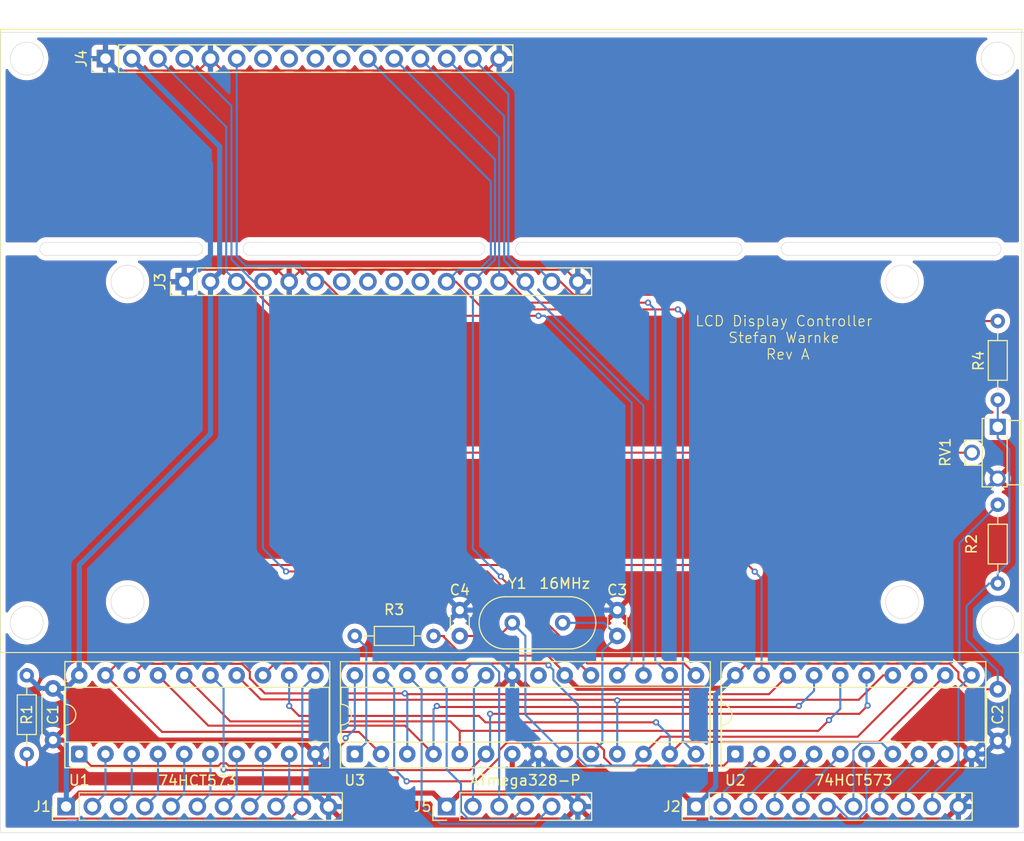
<source format=kicad_pcb>
(kicad_pcb (version 20241229) (generator "pcbnew") (generator_version "9.0")
  (layers (0 "F.Cu" signal) (2 "B.Cu" signal) (13 "F.Paste" user) (15 "B.Paste" user) (5 "F.SilkS" user "F.Silkscreen") (7 "B.SilkS" user "B.Silkscreen") (1 "F.Mask" user) (3 "B.Mask" user) (25 "Edge.Cuts" user))
  (net 0 "")
  (net 1 "+5V")
  (net 2 "GND")
  (net 3 "Net-(U3-XTAL2{slash}PB7)")
  (net 4 "Net-(U3-XTAL1{slash}PB6)")
  (net 5 "/D4")
  (net 6 "/D5")
  (net 7 "/D6")
  (net 8 "Net-(J1-Pin_4)")
  (net 9 "Net-(J1-Pin_7)")
  (net 10 "Net-(J1-Pin_2)")
  (net 11 "Net-(J1-Pin_5)")
  (net 12 "Net-(J1-Pin_6)")
  (net 13 "Net-(J1-Pin_10)")
  (net 14 "Net-(J1-Pin_8)")
  (net 15 "Net-(J1-Pin_3)")
  (net 16 "Net-(J1-Pin_9)")
  (net 17 "Net-(J2-Pin_8)")
  (net 18 "Net-(J2-Pin_4)")
  (net 19 "Net-(J2-Pin_3)")
  (net 20 "Net-(J2-Pin_10)")
  (net 21 "Net-(J2-Pin_9)")
  (net 22 "Net-(J2-Pin_5)")
  (net 23 "Net-(J2-Pin_6)")
  (net 24 "Net-(J2-Pin_7)")
  (net 25 "Net-(J2-Pin_2)")
  (net 26 "/RES")
  (net 27 "/D7")
  (net 30 "/E")
  (net 32 "/RS")
  (net 34 "Net-(J3-Pin_15)")
  (net 35 "Net-(J3-Pin_3)")
  (net 36 "Net-(U1-Q0)")
  (net 37 "Net-(U1-Q3)")
  (net 38 "Net-(U1-Q2)")
  (net 39 "Net-(U1-Q4)")
  (net 40 "Net-(U1-Q7)")
  (net 41 "Net-(U1-OE)")
  (net 42 "Net-(U1-Q6)")
  (net 43 "Net-(U1-Q5)")
  (net 44 "Net-(U1-Q1)")
  (net 45 "Net-(U2-OE)")
  (net 46 "/IN0")
  (net 48 "/IN1")
  (net 53 "/IN2")
  (net 54 "/IN3")
  (footprint "Package_DIP:DIP-28_W7.62mm_Socket" (layer "F.Cu") (at 71.12 102.87 90)
    (property "Reference" "U3")
    (property "Value" "ATmega328-P")
  )
  (footprint "Capacitor_THT:C_Disc_D4.3mm_W1.9mm_P5.00mm" (layer "F.Cu") (at 41.91 101.52 90)
    (property "Reference" "C1")
    (property "Value" "100n")
  )
  (footprint "Crystal:Crystal_HC49-U_Vertical" (layer "F.Cu") (at 91.24 90.17 180)
    (property "Reference" "Y1")
    (property "Value" "16MHz")
  )
  (footprint "Connector_PinHeader_2.54mm:PinHeader_1x11_P2.54mm_Vertical" (layer "F.Cu") (at 43.18 107.95 90)
    (property "Reference" "J1")
    (property "Value" "Data_In0")
  )
  (footprint "Package_DIP:DIP-20_W7.62mm_Socket" (layer "F.Cu") (at 44.45 102.87 90)
    (property "Reference" "U1")
    (property "Value" "74HCT573")
  )
  (footprint "Resistor_THT:R_Axial_DIN0204_L3.6mm_D1.6mm_P7.62mm_Horizontal" (layer "F.Cu") (at 133.35 60.96 -90)
    (property "Reference" "R4")
    (property "Value" "1k")
  )
  (footprint "Resistor_THT:R_Axial_DIN0204_L3.6mm_D1.6mm_P7.62mm_Horizontal" (layer "F.Cu") (at 39.37 102.87 90)
    (property "Reference" "R1")
    (property "Value" "10k")
  )
  (footprint "Package_DIP:DIP-20_W7.62mm_Socket" (layer "F.Cu") (at 107.95 102.87 90)
    (property "Reference" "U2")
    (property "Value" "74HCT573")
  )
  (footprint "Capacitor_THT:C_Disc_D4.3mm_W1.9mm_P5.00mm" (layer "F.Cu") (at 133.35 96.6 -90)
    (property "Reference" "C2")
    (property "Value" "4.7u")
  )
  (footprint "Potentiometer_THT:Potentiometer_Runtron_RM-063_Horizontal" (layer "F.Cu") (at 133.35 71.2 -90)
    (property "Reference" "RV1")
    (property "Value" "10k")
  )
  (footprint "Resistor_THT:R_Axial_DIN0204_L3.6mm_D1.6mm_P7.62mm_Horizontal" (layer "F.Cu") (at 71.12 91.44)
    (property "Reference" "R3")
    (property "Value" "1k")
  )
  (footprint "Connector_PinHeader_2.54mm:PinHeader_1x16_P2.54mm_Vertical" (layer "F.Cu") (at 54.61 57.15 90)
    (property "Reference" "J3")
    (property "Value" "LCD Connector")
  )
  (footprint "Resistor_THT:R_Axial_DIN0204_L3.6mm_D1.6mm_P7.62mm_Horizontal" (layer "F.Cu") (at 133.35 78.74 -90)
    (property "Reference" "R2")
    (property "Value" "10k")
  )
  (footprint "Connector_PinHeader_2.54mm:PinHeader_1x11_P2.54mm_Vertical" (layer "F.Cu") (at 104.14 107.95 90)
    (property "Reference" "J2")
    (property "Value" "Data_In1")
  )
  (footprint "Connector_PinHeader_2.54mm:PinHeader_1x06_P2.54mm_Vertical" (layer "F.Cu") (at 80.01 107.95 90)
    (property "Reference" "J5")
    (property "Value" "Cond")
  )
  (footprint "Capacitor_THT:C_Disc_D3.0mm_W1.6mm_P2.50mm" (layer "F.Cu") (at 96.52 91.44 90)
    (property "Reference" "C3")
    (property "Value" "22p")
  )
  (footprint "Connector_PinHeader_2.54mm:PinHeader_1x16_P2.54mm_Vertical" (layer "F.Cu") (at 46.99 35.56 90)
    (property "Reference" "J4")
    (property "Value" "LCD Connector")
  )
  (footprint "Capacitor_THT:C_Disc_D3.0mm_W1.6mm_P2.50mm" (layer "F.Cu") (at 81.28 91.44 90)
    (property "Reference" "C4")
    (property "Value" "22p")
  )
  (gr_rect (start 36.83 32.7175) (end 135.636 93.0425) (stroke (width 0.1)) (fill no) (layer "F.SilkS"))
  (gr_line (start 41.275 54.61) (end 55.753 54.61) (stroke (width 0.05)) (layer "Edge.Cuts"))
  (gr_circle (center 49.1236 57.148221) (end 50.7238 57.15) (stroke (width 0.05)) (fill no) (layer "Edge.Cuts"))
  (gr_line (start 60.96 54.61) (end 83.058 54.61) (stroke (width 0.05)) (layer "Edge.Cuts"))
  (gr_arc (start 133.0325 53.34) (mid 133.6675 53.975) (end 133.0325 54.61) (stroke (width 0.05)) (layer "Edge.Cuts"))
  (gr_arc (start 41.275 54.61) (mid 40.64 53.975) (end 41.275 53.34) (stroke (width 0.05)) (layer "Edge.Cuts"))
  (gr_arc (start 87.3125 54.61) (mid 86.6775 53.975) (end 87.3125 53.34) (stroke (width 0.05)) (layer "Edge.Cuts"))
  (gr_arc (start 60.96 54.61) (mid 60.325 53.975) (end 60.96 53.34) (stroke (width 0.05)) (layer "Edge.Cuts"))
  (gr_line (start 113.03 53.34) (end 133.0325 53.34) (stroke (width 0.05)) (layer "Edge.Cuts"))
  (gr_circle (center 133.35 35.559999) (end 134.9502 35.56) (stroke (width 0.05)) (fill no) (layer "Edge.Cuts"))
  (gr_line (start 87.3125 53.34) (end 107.95 53.34) (stroke (width 0.05)) (layer "Edge.Cuts"))
  (gr_line (start 60.96 53.34) (end 83.058 53.34) (stroke (width 0.05)) (layer "Edge.Cuts"))
  (gr_rect (start 36.83 33.02) (end 135.89 110.49) (stroke (width 0.05)) (fill no) (layer "Edge.Cuts"))
  (gr_arc (start 113.03 54.61) (mid 112.395 53.975) (end 113.03 53.34) (stroke (width 0.05)) (layer "Edge.Cuts"))
  (gr_arc (start 83.058 53.34) (mid 83.693 53.975) (end 83.058 54.61) (stroke (width 0.05)) (layer "Edge.Cuts"))
  (gr_line (start 41.275 53.34) (end 55.753 53.34) (stroke (width 0.05)) (layer "Edge.Cuts"))
  (gr_circle (center 124.1044 88.163399) (end 125.7046 88.138) (stroke (width 0.05)) (fill no) (layer "Edge.Cuts"))
  (gr_circle (center 133.35 90.169999) (end 134.9502 90.17) (stroke (width 0.05)) (fill no) (layer "Edge.Cuts"))
  (gr_circle (center 124.1044 57.144145) (end 125.7046 57.15) (stroke (width 0.05)) (fill no) (layer "Edge.Cuts"))
  (gr_circle (center 49.1236 88.137999) (end 50.7238 88.139778) (stroke (width 0.05)) (fill no) (layer "Edge.Cuts"))
  (gr_arc (start 107.95 53.34) (mid 108.585 53.975) (end 107.95 54.61) (stroke (width 0.05)) (layer "Edge.Cuts"))
  (gr_circle (center 39.37 90.169999) (end 40.9702 90.171778) (stroke (width 0.05)) (fill no) (layer "Edge.Cuts"))
  (gr_line (start 87.3125 54.61) (end 107.95 54.61) (stroke (width 0.05)) (layer "Edge.Cuts"))
  (gr_circle (center 39.369999 35.56) (end 40.9702 35.56) (stroke (width 0.05)) (fill no) (layer "Edge.Cuts"))
  (gr_arc (start 55.753 53.34) (mid 56.388 53.975) (end 55.753 54.61) (stroke (width 0.05)) (layer "Edge.Cuts"))
  (gr_line (start 113.03 54.61) (end 133.0325 54.61) (stroke (width 0.05)) (layer "Edge.Cuts"))
  (gr_text "LCD Display Controller \nStefan Warnke \nRev A" (at 113.03 64.77 0) (layer "F.SilkS") (effects (font (size 1 1) (thickness 0.1)) (justify bottom)))
  (segment (start 133.35 96.6) (end 130.5566 96.6) (width 0.2) (layer "F.Cu") (net 1))
  (segment (start 80.01 107.95) (end 78.709 106.649) (width 0.5) (layer "F.Cu") (net 1))
  (segment (start 102.839 106.649) (end 86.36 106.649) (width 0.5) (layer "F.Cu") (net 1))
  (segment (start 106.699 96.501) (end 107.95 95.25) (width 0.5) (layer "F.Cu") (net 1))
  (segment (start 81.5429 93.345) (end 79.7417 91.5438) (width 0.2) (layer "F.Cu") (net 1))
  (segment (start 78.709 106.649) (end 44.481 106.649) (width 0.5) (layer "F.Cu") (net 1))
  (segment (start 44.481 106.649) (end 43.18 107.95) (width 0.5) (layer "F.Cu") (net 1))
  (segment (start 78.74 91.44) (end 79.7417 91.44) (width 0.2) (layer "F.Cu") (net 1))
  (segment (start 86.36 106.649) (end 81.311 106.649) (width 0.5) (layer "F.Cu") (net 1))
  (segment (start 92.691 96.501) (end 106.699 96.501) (width 0.5) (layer "F.Cu") (net 1))
  (segment (start 104.14 107.95) (end 102.839 106.649) (width 0.5) (layer "F.Cu") (net 1))
  (segment (start 91.44 95.25) (end 92.691 96.501) (width 0.5) (layer "F.Cu") (net 1))
  (segment (start 129.54 95.5834) (end 129.54 94.9562) (width 0.2) (layer "F.Cu") (net 1))
  (segment (start 129.54 94.9562) (end 128.7057 94.1219) (width 0.2) (layer "F.Cu") (net 1))
  (segment (start 91.44 95.25) (end 91.44 94.9922) (width 0.2) (layer "F.Cu") (net 1))
  (segment (start 130.5566 96.6) (end 129.54 95.5834) (width 0.2) (layer "F.Cu") (net 1))
  (segment (start 86.36 102.87) (end 86.36 106.649) (width 0.5) (layer "F.Cu") (net 1))
  (segment (start 128.7057 94.1219) (end 109.0781 94.1219) (width 0.2) (layer "F.Cu") (net 1))
  (segment (start 81.311 106.649) (end 80.01 107.95) (width 0.5) (layer "F.Cu") (net 1))
  (segment (start 91.44 94.9922) (end 89.7928 93.345) (width 0.2) (layer "F.Cu") (net 1))
  (segment (start 109.0781 94.1219) (end 107.95 95.25) (width 0.2) (layer "F.Cu") (net 1))
  (segment (start 89.7928 93.345) (end 81.5429 93.345) (width 0.2) (layer "F.Cu") (net 1))
  (segment (start 79.7417 91.5438) (end 79.7417 91.44) (width 0.2) (layer "F.Cu") (net 1))
  (segment (start 43.199 107.931) (end 43.18 107.95) (width 0.5) (layer "B.Cu") (net 1))
  (segment (start 41.91 96.52) (end 40.64 96.52) (width 0.5) (layer "B.Cu") (net 1))
  (segment (start 57.15 57.15) (end 58.039 56.261) (width 0.5) (layer "B.Cu") (net 1))
  (segment (start 133.35 68.58) (end 133.35 71.2) (width 0.2) (layer "B.Cu") (net 1))
  (segment (start 130.3274 91.821) (end 133.35 94.8436) (width 0.2) (layer "B.Cu") (net 1))
  (segment (start 132.5118 86.36) (end 130.3274 88.5444) (width 0.2) (layer "B.Cu") (net 1))
  (segment (start 134.4718 84.2365) (end 133.35 85.3583) (width 0.2) (layer "B.Cu") (net 1))
  (segment (start 106.045 97.155) (end 107.95 95.25) (width 0.5) (layer "B.Cu") (net 1))
  (segment (start 133.35 94.8436) (end 133.35 96.6) (width 0.2) (layer "B.Cu") (net 1))
  (segment (start 58.039 44.069) (end 49.53 35.56) (width 0.5) (layer "B.Cu") (net 1))
  (segment (start 134.4718 73.3985) (end 134.4718 84.2365) (width 0.2) (layer "B.Cu") (net 1))
  (segment (start 106.045 106.045) (end 106.045 97.155) (width 0.5) (layer "B.Cu") (net 1))
  (segment (start 43.18 96.52) (end 44.45 95.25) (width 0.5) (layer "B.Cu") (net 1))
  (segment (start 40.64 96.52) (end 39.37 95.25) (width 0.5) (layer "B.Cu") (net 1))
  (segment (start 133.35 71.2) (end 133.35 72.2767) (width 0.2) (layer "B.Cu") (net 1))
  (segment (start 133.35 86.36) (end 132.5118 86.36) (width 0.2) (layer "B.Cu") (net 1))
  (segment (start 130.3274 88.5444) (end 130.3274 91.821) (width 0.2) (layer "B.Cu") (net 1))
  (segment (start 133.35 86.36) (end 133.35 85.3583) (width 0.2) (layer "B.Cu") (net 1))
  (segment (start 43.199 97.809) (end 43.199 107.931) (width 0.5) (layer "B.Cu") (net 1))
  (segment (start 44.45 95.25) (end 44.45 84.582) (width 0.5) (layer "B.Cu") (net 1))
  (segment (start 58.039 56.261) (end 58.039 44.069) (width 0.5) (layer "B.Cu") (net 1))
  (segment (start 41.91 96.52) (end 43.199 97.809) (width 0.5) (layer "B.Cu") (net 1))
  (segment (start 104.14 107.95) (end 106.045 106.045) (width 0.5) (layer "B.Cu") (net 1))
  (segment (start 57.15 71.882) (end 57.15 57.15) (width 0.5) (layer "B.Cu") (net 1))
  (segment (start 44.45 84.582) (end 57.15 71.882) (width 0.5) (layer "B.Cu") (net 1))
  (segment (start 41.91 96.52) (end 43.18 96.52) (width 0.5) (layer "B.Cu") (net 1))
  (segment (start 133.35 72.2767) (end 134.4718 73.3985) (width 0.2) (layer "B.Cu") (net 1))
  (segment (start 69.881 109.251) (end 68.58 107.95) (width 0.5) (layer "F.Cu") (net 2))
  (segment (start 94.011 109.251) (end 128.239 109.251) (width 0.5) (layer "F.Cu") (net 2))
  (segment (start 65.96 101.52) (end 67.31 102.87) (width 0.5) (layer "F.Cu") (net 2))
  (segment (start 128.239 109.251) (end 129.54 107.95) (width 0.5) (layer "F.Cu") (net 2))
  (segment (start 135.289 99.661) (end 135.289 96.7826) (width 0.2) (layer "F.Cu") (net 2))
  (segment (start 64.77 57.15) (end 63.619 55.999) (width 0.2) (layer "F.Cu") (net 2))
  (segment (start 130.3274 79.2226) (end 133.35 76.2) (width 0.2) (layer "F.Cu") (net 2))
  (segment (start 58.301 36.711) (end 57.15 35.56) (width 0.2) (layer "F.Cu") (net 2))
  (segment (start 133.35 101.6) (end 135.289 99.661) (width 0.2) (layer "F.Cu") (net 2))
  (segment (start 55.999 36.711) (end 48.141 36.711) (width 0.2) (layer "F.Cu") (net 2))
  (segment (start 57.15 35.56) (end 55.999 36.711) (width 0.2) (layer "F.Cu") (net 2))
  (segment (start 64.77 57.15) (end 65.921 55.999) (width 0.2) (layer "F.Cu") (net 2))
  (segment (start 130.3274 91.821) (end 130.3274 79.2226) (width 0.2) (layer "F.Cu") (net 2))
  (segment (start 91.559 55.999) (end 92.71 57.15) (width 0.2) (layer "F.Cu") (net 2))
  (segment (start 83.939 36.711) (end 58.301 36.711) (width 0.2) (layer "F.Cu") (net 2))
  (segment (start 41.91 101.52) (end 65.96 101.52) (width 0.5) (layer "F.Cu") (net 2))
  (segment (start 65.921 55.999) (end 91.559 55.999) (width 0.2) (layer "F.Cu") (net 2))
  (segment (start 92.71 107.95) (end 91.409 109.251) (width 0.5) (layer "F.Cu") (net 2))
  (segment (start 135.289 96.7826) (end 130.3274 91.821) (width 0.2) (layer "F.Cu") (net 2))
  (segment (start 85.09 35.56) (end 83.939 36.711) (width 0.2) (layer "F.Cu") (net 2))
  (segment (start 63.619 55.999) (end 55.761 55.999) (width 0.2) (layer "F.Cu") (net 2))
  (segment (start 55.761 55.999) (end 54.61 57.15) (width 0.2) (layer "F.Cu") (net 2))
  (segment (start 48.141 36.711) (end 46.99 35.56) (width 0.2) (layer "F.Cu") (net 2))
  (segment (start 91.409 109.251) (end 69.881 109.251) (width 0.5) (layer "F.Cu") (net 2))
  (segment (start 92.71 107.95) (end 94.011 109.251) (width 0.5) (layer "F.Cu") (net 2))
  (segment (start 41.91 101.52) (end 38.219 97.829) (width 0.5) (layer "B.Cu") (net 2))
  (segment (start 67.31 102.87) (end 67.31 106.68) (width 0.5) (layer "B.Cu") (net 2))
  (segment (start 88.9 104.14) (end 92.71 107.95) (width 0.5) (layer "B.Cu") (net 2))
  (segment (start 130.81 106.68) (end 130.81 102.87) (width 0.5) (layer "B.Cu") (net 2))
  (segment (start 86.36 100.33) (end 88.9 102.87) (width 0.5) (layer "B.Cu") (net 2))
  (segment (start 129.54 107.95) (end 130.81 106.68) (width 0.5) (layer "B.Cu") (net 2))
  (segment (start 42.672 82.55) (end 54.61 70.612) (width 0.5) (layer "B.Cu") (net 2))
  (segment (start 42.672 90.297) (end 42.672 82.55) (width 0.5) (layer "B.Cu") (net 2))
  (segment (start 38.219 94.75) (end 42.672 90.297) (width 0.5) (layer "B.Cu") (net 2))
  (segment (start 81.28 88.94) (end 96.52 88.94) (width 0.5) (layer "B.Cu") (net 2))
  (segment (start 86.36 95.25) (end 86.36 100.33) (width 0.5) (layer "B.Cu") (net 2))
  (segment (start 54.61 57.15) (end 57.15 54.61) (width 0.5) (layer "B.Cu") (net 2))
  (segment (start 67.31 106.68) (end 68.58 107.95) (width 0.5) (layer "B.Cu") (net 2))
  (segment (start 86.36 95.25) (end 86.36 94.02) (width 0.5) (layer "B.Cu") (net 2))
  (segment (start 54.61 70.612) (end 54.61 57.15) (width 0.5) (layer "B.Cu") (net 2))
  (segment (start 88.9 102.87) (end 88.9 102.743) (width 0.5) (layer "B.Cu") (net 2))
  (segment (start 38.219 97.829) (end 38.219 94.75) (width 0.5) (layer "B.Cu") (net 2))
  (segment (start 86.36 94.02) (end 81.28 88.94) (width 0.5) (layer "B.Cu") (net 2))
  (segment (start 132.08 102.87) (end 133.35 101.6) (width 0.5) (layer "B.Cu") (net 2))
  (segment (start 57.15 45.72) (end 46.99 35.56) (width 0.5) (layer "B.Cu") (net 2))
  (segment (start 88.9 102.87) (end 88.9 104.14) (width 0.5) (layer "B.Cu") (net 2))
  (segment (start 130.81 102.87) (end 132.08 102.87) (width 0.5) (layer "B.Cu") (net 2))
  (segment (start 57.15 54.61) (end 57.15 45.72) (width 0.5) (layer "B.Cu") (net 2))
  (segment (start 91.24 90.17) (end 95.25 90.17) (width 0.2) (layer "B.Cu") (net 3))
  (segment (start 95.081 101.769) (end 95.081 92.879) (width 0.2) (layer "B.Cu") (net 3))
  (segment (start 95.081 92.879) (end 96.52 91.44) (width 0.2) (layer "B.Cu") (net 3))
  (segment (start 93.98 102.87) (end 95.081 101.769) (width 0.2) (layer "B.Cu") (net 3))
  (segment (start 95.25 90.17) (end 96.52 91.44) (width 0.2) (layer "B.Cu") (net 3))
  (segment (start 85.09 91.44) (end 81.28 91.44) (width 0.2) (layer "F.Cu") (net 4))
  (segment (start 86.36 90.17) (end 85.09 91.44) (width 0.2) (layer "F.Cu") (net 4))
  (segment (start 87.63 91.44) (end 86.36 90.17) (width 0.2) (layer "B.Cu") (net 4))
  (segment (start 87.63 99.06) (end 87.63 91.44) (width 0.2) (layer "B.Cu") (net 4))
  (segment (start 91.44 102.87) (end 87.63 99.06) (width 0.2) (layer "B.Cu") (net 4))
  (segment (start 80.8932 57.15) (end 83.5792 59.836) (width 0.2) (layer "F.Cu") (net 5))
  (segment (start 80.01 57.15) (end 80.8932 57.15) (width 0.2) (layer "F.Cu") (net 5))
  (segment (start 83.5792 59.836) (end 102.387 59.836) (width 0.2) (layer "F.Cu") (net 5))
  (via (at 102.387 59.836) (size 0.6) (drill 0.3) (layers "F.Cu" "B.Cu") (net 5))
  (segment (start 84.288 47.458) (end 72.39 35.56) (width 0.2) (layer "B.Cu") (net 5))
  (segment (start 84.288 54.8449) (end 84.288 47.458) (width 0.2) (layer "B.Cu") (net 5))
  (segment (start 81.1826 55.9774) (end 83.1554 55.9774) (width 0.2) (layer "B.Cu") (net 5))
  (segment (start 102.87 60.319) (end 102.387 59.836) (width 0.2) (layer "B.Cu") (net 5))
  (segment (start 83.1554 55.9774) (end 84.288 54.8449) (width 0.2) (layer "B.Cu") (net 5))
  (segment (start 80.01 57.15) (end 81.1826 55.9774) (width 0.2) (layer "B.Cu") (net 5))
  (segment (start 102.87 101.6) (end 102.87 60.319) (width 0.2) (layer "B.Cu") (net 5))
  (segment (start 104.14 102.87) (end 102.87 101.6) (width 0.2) (layer "B.Cu") (net 5))
  (segment (start 85.260265 85.681735) (end 85.260265 85.747565) (width 0.2) (layer "F.Cu") (net 6))
  (segment (start 102.9896 94.0996) (end 104.14 95.25) (width 0.2) (layer "F.Cu") (net 6))
  (segment (start 93.6123 94.0996) (end 102.9896 94.0996) (width 0.2) (layer "F.Cu") (net 6))
  (segment (start 85.260265 85.747565) (end 93.6123 94.0996) (width 0.2) (layer "F.Cu") (net 6))
  (via (at 85.260265 85.681735) (size 0.6) (drill 0.3) (layers "F.Cu" "B.Cu") (net 6))
  (segment (start 84.689 55.011) (end 84.689 45.319) (width 0.2) (layer "B.Cu") (net 6))
  (segment (start 85.224535 85.681735) (end 82.55 83.0072) (width 0.2) (layer "B.Cu") (net 6))
  (segment (start 84.689 45.319) (end 74.93 35.56) (width 0.2) (layer "B.Cu") (net 6))
  (segment (start 82.55 57.15) (end 84.689 55.011) (width 0.2) (layer "B.Cu") (net 6))
  (segment (start 82.55 83.0072) (end 82.55 57.15) (width 0.2) (layer "B.Cu") (net 6))
  (segment (start 85.260265 85.681735) (end 85.224535 85.681735) (width 0.2) (layer "B.Cu") (net 6))
  (segment (start 87.9857 59.182) (end 85.9537 57.15) (width 0.2) (layer "F.Cu") (net 7))
  (segment (start 99.4993 59.182) (end 87.9857 59.182) (width 0.2) (layer "F.Cu") (net 7))
  (segment (start 85.9537 57.15) (end 85.09 57.15) (width 0.2) (layer "F.Cu") (net 7))
  (via (at 99.4993 59.182) (size 0.6) (drill 0.3) (layers "F.Cu" "B.Cu") (net 7))
  (segment (start 100.203 93.853) (end 101.6 95.25) (width 0.2) (layer "B.Cu") (net 7))
  (segment (start 99.4993 59.182) (end 100.203 59.8857) (width 0.2) (layer "B.Cu") (net 7))
  (segment (start 85.09 43.18) (end 77.47 35.56) (width 0.2) (layer "B.Cu") (net 7))
  (segment (start 100.203 59.8857) (end 100.203 93.853) (width 0.2) (layer "B.Cu") (net 7))
  (segment (start 85.09 57.15) (end 85.09 43.18) (width 0.2) (layer "B.Cu") (net 7))
  (segment (start 52.07 102.87) (end 52.07 106.68) (width 0.2) (layer "B.Cu") (net 8))
  (segment (start 52.07 106.68) (end 50.8 107.95) (width 0.2) (layer "B.Cu") (net 8))
  (segment (start 59.69 102.87) (end 59.69 106.68) (width 0.2) (layer "B.Cu") (net 9))
  (segment (start 59.69 106.68) (end 58.42 107.95) (width 0.2) (layer "B.Cu") (net 9))
  (segment (start 46.99 106.68) (end 45.72 107.95) (width 0.2) (layer "B.Cu") (net 10))
  (segment (start 46.99 102.87) (end 46.99 106.68) (width 0.2) (layer "B.Cu") (net 10))
  (segment (start 54.61 102.87) (end 54.61 106.68) (width 0.2) (layer "B.Cu") (net 11))
  (segment (start 54.61 106.68) (end 53.34 107.95) (width 0.2) (layer "B.Cu") (net 11))
  (segment (start 57.15 102.87) (end 57.15 106.68) (width 0.2) (layer "B.Cu") (net 12))
  (segment (start 57.15 106.68) (end 55.88 107.95) (width 0.2) (layer "B.Cu") (net 12))
  (segment (start 64.878 109.112) (end 66.04 107.95) (width 0.2) (layer "F.Cu") (net 13))
  (segment (start 39.37 107.95) (end 40.532 109.112) (width 0.2) (layer "F.Cu") (net 13))
  (segment (start 40.532 109.112) (end 64.878 109.112) (width 0.2) (layer "F.Cu") (net 13))
  (segment (start 39.37 102.87) (end 39.37 107.95) (width 0.2) (layer "F.Cu") (net 13))
  (segment (start 66.04 107.95) (end 66.04 96.52) (width 0.2) (layer "B.Cu") (net 13))
  (segment (start 66.04 96.52) (end 67.31 95.25) (width 0.2) (layer "B.Cu") (net 13))
  (segment (start 62.23 106.68) (end 60.96 107.95) (width 0.2) (layer "B.Cu") (net 14))
  (segment (start 62.23 102.87) (end 62.23 106.68) (width 0.2) (layer "B.Cu") (net 14))
  (segment (start 49.53 102.87) (end 49.53 106.68) (width 0.2) (layer "B.Cu") (net 15))
  (segment (start 49.53 106.68) (end 48.26 107.95) (width 0.2) (layer "B.Cu") (net 15))
  (segment (start 64.77 102.87) (end 64.77 106.68) (width 0.2) (layer "B.Cu") (net 16))
  (segment (start 64.77 106.68) (end 63.5 107.95) (width 0.2) (layer "B.Cu") (net 16))
  (segment (start 121.92 107.95) (end 121.92 106.7983) (width 0.2) (layer "B.Cu") (net 17))
  (segment (start 125.73 102.9883) (end 121.92 106.7983) (width 0.2) (layer "B.Cu") (net 17))
  (segment (start 125.73 102.87) (end 125.73 102.9883) (width 0.2) (layer "B.Cu") (net 17))
  (segment (start 115.57 102.87) (end 115.57 102.9883) (width 0.2) (layer "B.Cu") (net 18))
  (segment (start 115.57 102.9883) (end 111.76 106.7983) (width 0.2) (layer "B.Cu") (net 18))
  (segment (start 111.76 107.95) (end 111.76 106.7983) (width 0.2) (layer "B.Cu") (net 18))
  (segment (start 109.3616 106.7983) (end 113.03 103.1299) (width 0.2) (layer "B.Cu") (net 19))
  (segment (start 109.22 106.7983) (end 109.3616 106.7983) (width 0.2) (layer "B.Cu") (net 19))
  (segment (start 109.22 107.95) (end 109.22 106.7983) (width 0.2) (layer "B.Cu") (net 19))
  (segment (start 113.03 103.1299) (end 113.03 102.87) (width 0.2) (layer "B.Cu") (net 19))
  (segment (start 129.54 104.2583) (end 127 106.7983) (width 0.2) (layer "B.Cu") (net 20))
  (segment (start 130.81 95.25) (end 129.54 96.52) (width 0.2) (layer "B.Cu") (net 20))
  (segment (start 129.54 96.52) (end 129.54 104.2583) (width 0.2) (layer "B.Cu") (net 20))
  (segment (start 129.6416 94.0816) (end 130.81 95.25) (width 0.2) (layer "B.Cu") (net 20))
  (segment (start 127 107.95) (end 127 106.7983) (width 0.2) (layer "B.Cu") (net 20))
  (segment (start 133.35 78.74) (end 129.6416 82.4484) (width 0.2) (layer "B.Cu") (net 20))
  (segment (start 129.6416 82.4484) (end 129.6416 94.0816) (width 0.2) (layer "B.Cu") (net 20))
  (segment (start 124.46 107.95) (end 124.46 106.68) (width 0.2) (layer "B.Cu") (net 21))
  (segment (start 124.46 106.68) (end 128.27 102.87) (width 0.2) (layer "B.Cu") (net 21))
  (segment (start 114.3 107.95) (end 114.3 106.7983) (width 0.2) (layer "B.Cu") (net 22))
  (segment (start 118.11 102.87) (end 118.11 102.9883) (width 0.2) (layer "B.Cu") (net 22))
  (segment (start 118.11 102.9883) (end 114.3 106.7983) (width 0.2) (layer "B.Cu") (net 22))
  (segment (start 117.7232 107.95) (end 116.84 107.95) (width 0.2) (layer "B.Cu") (net 23))
  (segment (start 120.65 108.3229) (end 119.8709 109.102) (width 0.2) (layer "B.Cu") (net 23))
  (segment (start 118.8752 109.102) (end 117.7232 107.95) (width 0.2) (layer "B.Cu") (net 23))
  (segment (start 120.65 102.87) (end 120.65 108.3229) (width 0.2) (layer "B.Cu") (net 23))
  (segment (start 119.8709 109.102) (end 118.8752 109.102) (width 0.2) (layer "B.Cu") (net 23))
  (segment (start 119.38 107.95) (end 119.38 102.5235) (width 0.2) (layer "B.Cu") (net 24))
  (segment (start 120.1363 101.7672) (end 122.0872 101.7672) (width 0.2) (layer "B.Cu") (net 24))
  (segment (start 122.0872 101.7672) (end 123.19 102.87) (width 0.2) (layer "B.Cu") (net 24))
  (segment (start 119.38 102.5235) (end 120.1363 101.7672) (width 0.2) (layer "B.Cu") (net 24))
  (segment (start 106.68 106.68) (end 106.68 107.95) (width 0.2) (layer "B.Cu") (net 25))
  (segment (start 110.49 102.87) (end 106.68 106.68) (width 0.2) (layer "B.Cu") (net 25))
  (segment (start 72.2312 101.7588) (end 71.12 102.87) (width 0.2) (layer "B.Cu") (net 26))
  (segment (start 72.2312 92.5512) (end 72.2312 101.7588) (width 0.2) (layer "B.Cu") (net 26))
  (segment (start 71.12 91.44) (end 72.2312 92.5512) (width 0.2) (layer "B.Cu") (net 26))
  (segment (start 87.63 57.15) (end 85.578 55.098) (width 0.2) (layer "B.Cu") (net 27))
  (segment (start 99.06 95.25) (end 99.06 69.1535) (width 0.2) (layer "B.Cu") (net 27))
  (segment (start 87.63 57.7235) (end 87.63 57.15) (width 0.2) (layer "B.Cu") (net 27))
  (segment (start 85.578 41.128) (end 80.01 35.56) (width 0.2) (layer "B.Cu") (net 27))
  (segment (start 99.06 69.1535) (end 87.63 57.7235) (width 0.2) (layer "B.Cu") (net 27))
  (segment (start 85.578 55.098) (end 85.578 41.128) (width 0.2) (layer "B.Cu") (net 27))
  (segment (start 88.9 60.452) (end 71.4758 60.452) (width 0.2) (layer "F.Cu") (net 30))
  (segment (start 71.4758 60.452) (end 68.1738 57.15) (width 0.2) (layer "F.Cu") (net 30))
  (segment (start 68.1738 57.15) (end 67.31 57.15) (width 0.2) (layer "F.Cu") (net 30))
  (via (at 88.9 60.452) (size 0.6) (drill 0.3) (layers "F.Cu" "B.Cu") (net 30))
  (segment (start 89.506 60.452) (end 97.917 68.863) (width 0.2) (layer "B.Cu") (net 30))
  (segment (start 97.917 68.863) (end 97.917 93.853) (width 0.2) (layer "B.Cu") (net 30))
  (segment (start 88.9 60.452) (end 89.506 60.452) (width 0.2) (layer "B.Cu") (net 30))
  (segment (start 60.579 55.626) (end 59.69 54.737) (width 0.2) (layer "B.Cu") (net 30))
  (segment (start 67.31 57.15) (end 65.786 55.626) (width 0.2) (layer "B.Cu") (net 30))
  (segment (start 59.69 54.737) (end 59.69 35.56) (width 0.2) (layer "B.Cu") (net 30))
  (segment (start 65.786 55.626) (end 60.579 55.626) (width 0.2) (layer "B.Cu") (net 30))
  (segment (start 97.917 93.853) (end 96.52 95.25) (width 0.2) (layer "B.Cu") (net 30))
  (segment (start 83.9271 85.1971) (end 93.98 95.25) (width 0.2) (layer "F.Cu") (net 32))
  (segment (start 64.4653 85.1971) (end 83.9271 85.1971) (width 0.2) (layer "F.Cu") (net 32))
  (via (at 64.4653 85.1971) (size 0.6) (drill 0.3) (layers "F.Cu" "B.Cu") (net 32))
  (segment (start 61.341 57.15) (end 59.182 54.991) (width 0.2) (layer "B.Cu") (net 32))
  (segment (start 64.4653 85.1971) (end 62.23 82.9618) (width 0.2) (layer "B.Cu") (net 32))
  (segment (start 62.23 57.15) (end 61.341 57.15) (width 0.2) (layer "B.Cu") (net 32))
  (segment (start 62.23 82.9618) (end 62.23 57.15) (width 0.2) (layer "B.Cu") (net 32))
  (segment (start 59.182 54.991) (end 59.182 40.132) (width 0.2) (layer "B.Cu") (net 32))
  (segment (start 59.182 40.132) (end 54.61 35.56) (width 0.2) (layer "B.Cu") (net 32))
  (segment (start 91.0338 57.15) (end 92.3038 58.42) (width 0.2) (layer "F.Cu") (net 34))
  (segment (start 121.539 60.96) (end 133.35 60.96) (width 0.2) (layer "F.Cu") (net 34))
  (segment (start 92.3038 58.42) (end 118.999 58.42) (width 0.2) (layer "F.Cu") (net 34))
  (segment (start 118.999 58.42) (end 121.539 60.96) (width 0.2) (layer "F.Cu") (net 34))
  (segment (start 90.17 57.15) (end 91.0338 57.15) (width 0.2) (layer "F.Cu") (net 34))
  (segment (start 85.979 54.737) (end 85.979 38.989) (width 0.2) (layer "B.Cu") (net 34))
  (segment (start 87.122 55.88) (end 85.979 54.737) (width 0.2) (layer "B.Cu") (net 34))
  (segment (start 90.17 57.15) (end 88.9 55.88) (width 0.2) (layer "B.Cu") (net 34))
  (segment (start 85.979 38.989) (end 82.55 35.56) (width 0.2) (layer "B.Cu") (net 34))
  (segment (start 88.9 55.88) (end 87.122 55.88) (width 0.2) (layer "B.Cu") (net 34))
  (segment (start 77.1038 73.7) (end 130.85 73.7) (width 0.2) (layer "F.Cu") (net 35))
  (segment (start 60.5538 57.15) (end 77.1038 73.7) (width 0.2) (layer "F.Cu") (net 35))
  (segment (start 59.69 57.15) (end 60.5538 57.15) (width 0.2) (layer "F.Cu") (net 35))
  (segment (start 58.674 42.164) (end 52.07 35.56) (width 0.2) (layer "B.Cu") (net 35))
  (segment (start 58.674 56.134) (end 58.674 42.164) (width 0.2) (layer "B.Cu") (net 35))
  (segment (start 59.69 57.15) (end 58.674 56.134) (width 0.2) (layer "B.Cu") (net 35))
  (segment (start 46.99 95.25) (end 52.4656 100.7256) (width 0.2) (layer "F.Cu") (net 36))
  (segment (start 52.4656 100.7256) (end 71.5156 100.7256) (width 0.2) (layer "F.Cu") (net 36))
  (segment (start 71.5156 100.7256) (end 73.66 102.87) (width 0.2) (layer "F.Cu") (net 36))
  (segment (start 109.8296 85.217) (end 109.1862 84.5736) (width 0.2) (layer "F.Cu") (net 36))
  (segment (start 57.6664 84.5736) (end 46.99 95.25) (width 0.2) (layer "F.Cu") (net 36))
  (segment (start 109.1862 84.5736) (end 57.6664 84.5736) (width 0.2) (layer "F.Cu") (net 36))
  (via (at 109.8296 85.217) (size 0.6) (drill 0.3) (layers "F.Cu" "B.Cu") (net 36))
  (segment (start 109.8296 85.224) (end 110.49 85.8844) (width 0.2) (layer "B.Cu") (net 36))
  (segment (start 110.49 85.8844) (end 110.49 95.25) (width 0.2) (layer "B.Cu") (net 36))
  (segment (start 109.8296 85.217) (end 109.8296 85.224) (width 0.2) (layer "B.Cu") (net 36))
  (segment (start 115.9774 100.6235) (end 81.28 100.6235) (width 0.2) (layer "F.Cu") (net 37))
  (segment (start 117.0163 99.5846) (end 115.9774 100.6235) (width 0.2) (layer "F.Cu") (net 37))
  (segment (start 80.3635 99.707) (end 81.28 100.6235) (width 0.2) (layer "F.Cu") (net 37))
  (segment (start 59.067 99.707) (end 80.3635 99.707) (width 0.2) (layer "F.Cu") (net 37))
  (segment (start 81.28 100.6235) (end 81.28 102.87) (width 0.2) (layer "F.Cu") (net 37))
  (segment (start 54.61 95.25) (end 59.067 99.707) (width 0.2) (layer "F.Cu") (net 37))
  (via (at 117.0163 99.5846) (size 0.6) (drill 0.3) (layers "F.Cu" "B.Cu") (net 37))
  (segment (start 118.11 98.4909) (end 118.11 95.25) (width 0.2) (layer "B.Cu") (net 37))
  (segment (start 117.0163 99.5846) (end 118.11 98.4909) (width 0.2) (layer "B.Cu") (net 37))
  (segment (start 79.1624 98.3176) (end 79.0628 98.218) (width 0.2) (layer "F.Cu") (net 38))
  (segment (start 114.0968 98.218) (end 113.9972 98.3176) (width 0.2) (layer "F.Cu") (net 38))
  (segment (start 56.944 100.124) (end 75.994 100.124) (width 0.2) (layer "F.Cu") (net 38))
  (segment (start 113.9972 98.3176) (end 79.1624 98.3176) (width 0.2) (layer "F.Cu") (net 38))
  (segment (start 52.07 95.25) (end 56.944 100.124) (width 0.2) (layer "F.Cu") (net 38))
  (segment (start 75.994 100.124) (end 78.74 102.87) (width 0.2) (layer "F.Cu") (net 38))
  (via (at 114.0968 98.218) (size 0.6) (drill 0.3) (layers "F.Cu" "B.Cu") (net 38))
  (via (at 79.0628 98.218) (size 0.6) (drill 0.3) (layers "F.Cu" "B.Cu") (net 38))
  (segment (start 78.74 98.5408) (end 78.74 102.87) (width 0.2) (layer "B.Cu") (net 38))
  (segment (start 115.57 95.25) (end 115.57 96.7448) (width 0.2) (layer "B.Cu") (net 38))
  (segment (start 115.57 96.7448) (end 114.0968 98.218) (width 0.2) (layer "B.Cu") (net 38))
  (segment (start 79.0628 98.218) (end 78.74 98.5408) (width 0.2) (layer "B.Cu") (net 38))
  (segment (start 82.2669 104.4231) (end 83.82 102.87) (width 0.2) (layer "F.Cu") (net 39))
  (segment (start 120.753 98.1783) (end 119.9535 98.9778) (width 0.2) (layer "F.Cu") (net 39))
  (segment (start 58.42 104.366) (end 58.4771 104.4231) (width 0.2) (layer "F.Cu") (net 39))
  (segment (start 58.4771 104.4231) (end 82.2669 104.4231) (width 0.2) (layer "F.Cu") (net 39))
  (segment (start 119.9535 98.9778) (end 84.216 98.9778) (width 0.2) (layer "F.Cu") (net 39))
  (via (at 84.216 98.9778) (size 0.6) (drill 0.3) (layers "F.Cu" "B.Cu") (net 39))
  (via (at 120.753 98.1783) (size 0.6) (drill 0.3) (layers "F.Cu" "B.Cu") (net 39))
  (via (at 58.42 104.366) (size 0.6) (drill 0.3) (layers "F.Cu" "B.Cu") (net 39))
  (segment (start 58.42 96.52) (end 57.15 95.25) (width 0.2) (layer "B.Cu") (net 39))
  (segment (start 120.753 98.1783) (end 120.65 98.0753) (width 0.2) (layer "B.Cu") (net 39))
  (segment (start 84.216 102.474) (end 84.216 98.9778) (width 0.2) (layer "B.Cu") (net 39))
  (segment (start 58.42 104.366) (end 58.42 96.52) (width 0.2) (layer "B.Cu") (net 39))
  (segment (start 120.65 98.0753) (end 120.65 95.25) (width 0.2) (layer "B.Cu") (net 39))
  (segment (start 83.82 102.87) (end 84.216 102.474) (width 0.2) (layer "B.Cu") (net 39))
  (segment (start 83.759 99.8006) (end 100.2792 99.8006) (width 0.2) (layer "F.Cu") (net 40))
  (segment (start 83.136 99.1776) (end 83.759 99.8006) (width 0.2) (layer "F.Cu") (net 40))
  (segment (start 65.7258 99.1776) (end 83.136 99.1776) (width 0.2) (layer "F.Cu") (net 40))
  (segment (start 64.77 98.2218) (end 65.7258 99.1776) (width 0.2) (layer "F.Cu") (net 40))
  (segment (start 102.7722 101.6978) (end 101.6 102.87) (width 0.2) (layer "F.Cu") (net 40))
  (segment (start 128.27 95.25) (end 121.8222 101.6978) (width 0.2) (layer "F.Cu") (net 40))
  (segment (start 121.8222 101.6978) (end 102.7722 101.6978) (width 0.2) (layer "F.Cu") (net 40))
  (segment (start 64.77 98.2163) (end 64.77 98.2218) (width 0.2) (layer "F.Cu") (net 40))
  (via (at 64.77 98.2163) (size 0.6) (drill 0.3) (layers "F.Cu" "B.Cu") (net 40))
  (via (at 100.2792 99.8006) (size 0.6) (drill 0.3) (layers "F.Cu" "B.Cu") (net 40))
  (segment (start 100.2792 99.8006) (end 101.6 101.1214) (width 0.2) (layer "B.Cu") (net 40))
  (segment (start 101.6 101.1214) (end 101.6 102.87) (width 0.2) (layer "B.Cu") (net 40))
  (segment (start 64.77 98.2163) (end 64.77 95.25) (width 0.2) (layer "B.Cu") (net 40))
  (segment (start 58.9203 104.0154) (end 58.6692 103.7643) (width 0.2) (layer "F.Cu") (net 41))
  (segment (start 57.9183 104.0169) (end 45.5969 104.0169) (width 0.2) (layer "F.Cu") (net 41))
  (segment (start 70.2307 101.577) (end 67.7923 104.0154) (width 0.2) (layer "F.Cu") (net 41))
  (segment (start 58.1709 103.7643) (end 57.9183 104.0169) (width 0.2) (layer "F.Cu") (net 41))
  (segment (start 58.6692 103.7643) (end 58.1709 103.7643) (width 0.2) (layer "F.Cu") (net 41))
  (segment (start 67.7923 104.0154) (end 58.9203 104.0154) (width 0.2) (layer "F.Cu") (net 41))
  (segment (start 45.5969 104.0169) (end 44.45 102.87) (width 0.2) (layer "F.Cu") (net 41))
  (segment (start 70.2307 101.3275) (end 70.2307 101.577) (width 0.2) (layer "F.Cu") (net 41))
  (via (at 70.2307 101.3275) (size 0.6) (drill 0.3) (layers "F.Cu" "B.Cu") (net 41))
  (segment (start 70.2307 101.3275) (end 71.12 100.4382) (width 0.2) (layer "B.Cu") (net 41))
  (segment (start 71.12 100.4382) (end 71.12 95.25) (width 0.2) (layer "B.Cu") (net 41))
  (segment (start 89.6961 94.0992) (end 63.3808 94.0992) (width 0.2) (layer "F.Cu") (net 42))
  (segment (start 119.7852 101.1948) (end 125.73 95.25) (width 0.2) (layer "F.Cu") (net 42))
  (segment (start 63.3808 94.0992) (end 62.23 95.25) (width 0.2) (layer "F.Cu") (net 42))
  (segment (start 89.8696 94.2727) (end 89.6961 94.0992) (width 0.2) (layer "F.Cu") (net 42))
  (segment (start 100.7352 101.1948) (end 119.7852 101.1948) (width 0.2) (layer "F.Cu") (net 42))
  (segment (start 99.06 102.87) (end 100.7352 101.1948) (width 0.2) (layer "F.Cu") (net 42))
  (via (at 89.8696 94.2727) (size 0.6) (drill 0.3) (layers "F.Cu" "B.Cu") (net 42))
  (segment (start 93.5289 103.9937) (end 92.71 103.1748) (width 0.2) (layer "B.Cu") (net 42))
  (segment (start 90.3371 95.7051) (end 90.3371 94.7402) (width 0.2) (layer "B.Cu") (net 42))
  (segment (start 92.71 103.1748) (end 92.71 98.078) (width 0.2) (layer "B.Cu") (net 42))
  (segment (start 97.9363 103.9937) (end 93.5289 103.9937) (width 0.2) (layer "B.Cu") (net 42))
  (segment (start 92.71 98.078) (end 90.3371 95.7051) (width 0.2) (layer "B.Cu") (net 42))
  (segment (start 99.06 102.87) (end 97.9363 103.9937) (width 0.2) (layer "B.Cu") (net 42))
  (segment (start 90.3371 94.7402) (end 89.8696 94.2727) (width 0.2) (layer "B.Cu") (net 42))
  (segment (start 96.52 97.6735) (end 96.4628 97.6163) (width 0.2) (layer "F.Cu") (net 43))
  (segment (start 122.2625 95.25) (end 123.19 95.25) (width 0.2) (layer "F.Cu") (net 43))
  (segment (start 64.7542 97.6163) (end 64.7145 97.5766) (width 0.2) (layer "F.Cu") (net 43))
  (segment (start 119.8962 97.6163) (end 122.2625 95.25) (width 0.2) (layer "F.Cu") (net 43))
  (segment (start 62.0166 97.5766) (end 59.69 95.25) (width 0.2) (layer "F.Cu") (net 43))
  (segment (start 64.7145 97.5766) (end 62.0166 97.5766) (width 0.2) (layer "F.Cu") (net 43))
  (segment (start 96.4628 97.6163) (end 64.7542 97.6163) (width 0.2) (layer "F.Cu") (net 43))
  (segment (start 96.52 97.6735) (end 96.5772 97.6163) (width 0.2) (layer "F.Cu") (net 43))
  (segment (start 96.5772 97.6163) (end 119.8962 97.6163) (width 0.2) (layer "F.Cu") (net 43))
  (via (at 96.52 97.6735) (size 0.6) (drill 0.3) (layers "F.Cu" "B.Cu") (net 43))
  (segment (start 96.52 97.6735) (end 96.52 102.87) (width 0.2) (layer "B.Cu") (net 43))
  (segment (start 50.6426 94.1374) (end 49.53 95.25) (width 0.2) (layer "F.Cu") (net 44))
  (segment (start 60.96 95.5451) (end 60.96 94.894) (width 0.2) (layer "F.Cu") (net 44))
  (segment (start 60.2034 94.1374) (end 50.6426 94.1374) (width 0.2) (layer "F.Cu") (net 44))
  (segment (start 111.2065 97.0735) (end 76.0397 97.0735) (width 0.2) (layer "F.Cu") (net 44))
  (segment (start 113.03 95.25) (end 111.2065 97.0735) (width 0.2) (layer "F.Cu") (net 44))
  (segment (start 60.96 94.894) (end 60.2034 94.1374) (width 0.2) (layer "F.Cu") (net 44))
  (segment (start 76.0397 97.0735) (end 75.9628 96.9966) (width 0.2) (layer "F.Cu") (net 44))
  (segment (start 62.4115 96.9966) (end 60.96 95.5451) (width 0.2) (layer "F.Cu") (net 44))
  (segment (start 75.9628 96.9966) (end 62.4115 96.9966) (width 0.2) (layer "F.Cu") (net 44))
  (via (at 75.9628 96.9966) (size 0.6) (drill 0.3) (layers "F.Cu" "B.Cu") (net 44))
  (segment (start 76.2 97.2338) (end 76.2 102.87) (width 0.2) (layer "B.Cu") (net 44))
  (segment (start 75.9628 96.9966) (end 76.2 97.2338) (width 0.2) (layer "B.Cu") (net 44))
  (segment (start 76.1433 105.5071) (end 82.8252 105.5071) (width 0.2) (layer "F.Cu") (net 45))
  (segment (start 95.25 102.4941) (end 95.25 103.2184) (width 0.2) (layer "F.Cu") (net 45))
  (segment (start 106.8326 103.9874) (end 107.95 102.87) (width 0.2) (layer "F.Cu") (net 45))
  (segment (start 96.019 103.9874) (end 106.8326 103.9874) (width 0.2) (layer "F.Cu") (net 45))
  (segment (start 82.8252 105.5071) (end 85.09 103.2423) (width 0.2) (layer "F.Cu") (net 45))
  (segment (start 85.09 102.5144) (end 85.8528 101.7516) (width 0.2) (layer "F.Cu") (net 45))
  (segment (start 95.25 103.2184) (end 96.019 103.9874) (width 0.2) (layer "F.Cu") (net 45))
  (segment (start 85.8528 101.7516) (end 94.5075 101.7516) (width 0.2) (layer "F.Cu") (net 45))
  (segment (start 94.5075 101.7516) (end 95.25 102.4941) (width 0.2) (layer "F.Cu") (net 45))
  (segment (start 85.09 103.2423) (end 85.09 102.5144) (width 0.2) (layer "F.Cu") (net 45))
  (via (at 76.1433 105.5071) (size 0.6) (drill 0.3) (layers "F.Cu" "B.Cu") (net 45))
  (segment (start 76.1433 105.5071) (end 74.93 104.2938) (width 0.2) (layer "B.Cu") (net 45))
  (segment (start 74.93 96.52) (end 73.66 95.25) (width 0.2) (layer "B.Cu") (net 45))
  (segment (start 74.93 104.2938) (end 74.93 96.52) (width 0.2) (layer "B.Cu") (net 45))
  (segment (start 82.65 105.6283) (end 82.55 105.7283) (width 0.2) (layer "B.Cu") (net 46))
  (segment (start 82.65 105.6283) (end 82.65 96.42) (width 0.2) (layer "B.Cu") (net 46))
  (segment (start 82.55 105.7283) (end 82.55 107.95) (width 0.2) (layer "B.Cu") (net 46))
  (segment (start 82.65 96.42) (end 83.82 95.25) (width 0.2) (layer "B.Cu") (net 46))
  (segment (start 84.2987 94.1374) (end 85.09 94.9287) (width 0.2) (layer "B.Cu") (net 48))
  (segment (start 81.28 95.25) (end 82.3926 94.1374) (width 0.2) (layer "B.Cu") (net 48))
  (segment (start 82.3926 94.1374) (end 84.2987 94.1374) (width 0.2) (layer "B.Cu") (net 48))
  (segment (start 85.09 94.9287) (end 85.09 107.95) (width 0.2) (layer "B.Cu") (net 48))
  (segment (start 86.36 109.22) (end 87.63 107.95) (width 0.2) (layer "B.Cu") (net 53))
  (segment (start 80.01 104.3598) (end 81.399 105.7488) (width 0.2) (layer "B.Cu") (net 53))
  (segment (start 80.01 104.3598) (end 80.01 96.52) (width 0.2) (layer "B.Cu") (net 53))
  (segment (start 81.399 105.7488) (end 81.399 108.42676) (width 0.2) (layer "B.Cu") (net 53))
  (segment (start 81.399 108.42676) (end 82.19224 109.22) (width 0.2) (layer "B.Cu") (net 53))
  (segment (start 82.19224 109.22) (end 86.36 109.22) (width 0.2) (layer "B.Cu") (net 53))
  (segment (start 80.01 96.52) (end 78.74 95.25) (width 0.2) (layer "B.Cu") (net 53))
  (segment (start 77.5852 96.6352) (end 76.2 95.25) (width 0.2) (layer "B.Cu") (net 54))
  (segment (start 90.17 107.95) (end 88.499 109.621) (width 0.2) (layer "B.Cu") (net 54))
  (segment (start 79.379 109.621) (end 77.5852 107.8272) (width 0.2) (layer "B.Cu") (net 54))
  (segment (start 77.5852 107.8272) (end 77.5852 96.6352) (width 0.2) (layer "B.Cu") (net 54))
  (segment (start 88.499 109.621) (end 79.379 109.621) (width 0.2) (layer "B.Cu") (net 54))
  (segment (start 90.2883 108.2185) (end 90.2883 108.2127) (width 0.2) (layer "B.Cu") (net 54))
  (zone (net 2) (net_name "GND") (layers "F.Cu" "B.Cu") (connect_pads (clearance 0.5)) (min_thickness 0.25) (fill yes (thermal_gap 0.5) (thermal_bridge_width 0.5))
    (polygon (pts (xy 36.83 33.02) (xy 135.89 33.02) (xy 135.89 53.34) (xy 36.83 53.34)))
  )
  (zone (net 2) (net_name "GND") (layers "F.Cu" "B.Cu") (priority 1) (connect_pads (clearance 0.5)) (min_thickness 0.25) (fill yes (thermal_gap 0.5) (thermal_bridge_width 0.5))
    (polygon (pts (xy 36.83 110.49) (xy 135.89 110.49) (xy 135.89 54.61) (xy 36.83 54.61)))
  )
)
</source>
